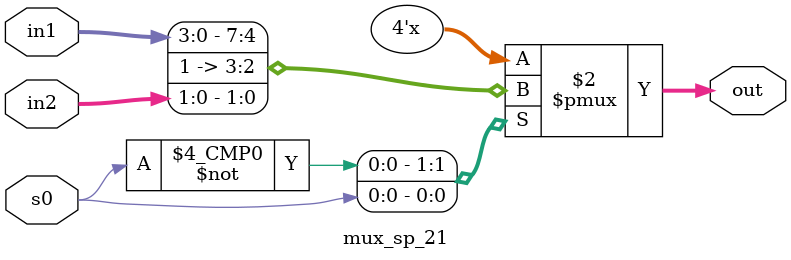
<source format=v>
module mux_sp_21 (out, s0, in1, in2);

output reg [3:0] out;
input [3:0] in1;
input [1:0] in2;
input s0;

always @(*)
begin
	case(s0)
	1'b0	: out = in1;
	1'b1	: out = {2'b11,in2};
	endcase
end

endmodule
</source>
